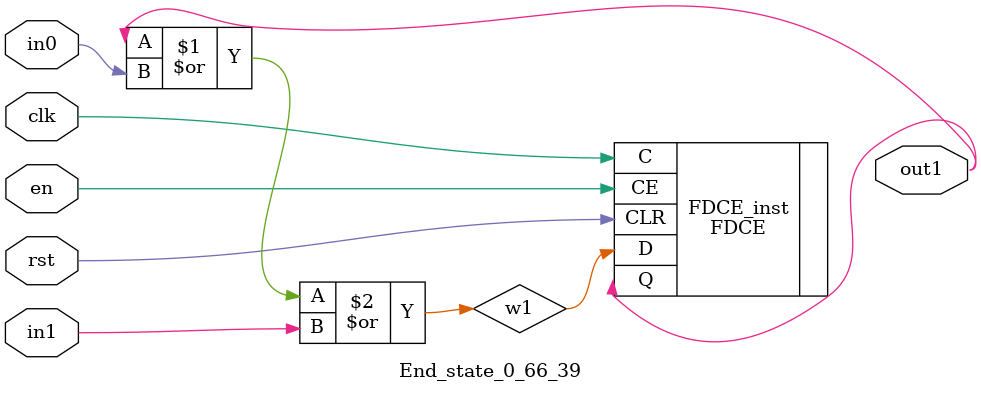
<source format=v>
module engine_0_66(out,clk,sod,en, in_3, in_4, in_5, in_7, in_8, in_9, in_12, in_14, in_15, in_16, in_17, in_22, in_25, in_26, in_30, in_35, in_38, in_41);
//pcre: /\x2Ftoolbar\x2F((version\x2Etxt)|(notifytoolbar\x2Ehtml))/smi
//block char: N[0], O[0], L[0], I[0], S[0], H[0], \x2E[8], v[0], a[0], r[0], e[0], y[0], \x2F[8], x[0], t[0], f[0], B[0], M[0], 

	input clk,sod,en;

	input in_3, in_4, in_5, in_7, in_8, in_9, in_12, in_14, in_15, in_16, in_17, in_22, in_25, in_26, in_30, in_35, in_38, in_41;
	output out;

	assign w0 = 1'b1;
	state_0_66_1 BlockState_0_66_1 (w1,in_25,clk,en,sod,w0);
	state_0_66_2 BlockState_0_66_2 (w2,in_30,clk,en,sod,w1);
	state_0_66_3 BlockState_0_66_3 (w3,in_4,clk,en,sod,w2);
	state_0_66_4 BlockState_0_66_4 (w4,in_4,clk,en,sod,w3);
	state_0_66_5 BlockState_0_66_5 (w5,in_5,clk,en,sod,w4);
	state_0_66_6 BlockState_0_66_6 (w6,in_38,clk,en,sod,w5);
	state_0_66_7 BlockState_0_66_7 (w7,in_15,clk,en,sod,w6);
	state_0_66_8 BlockState_0_66_8 (w8,in_16,clk,en,sod,w7);
	state_0_66_9 BlockState_0_66_9 (w9,in_25,clk,en,sod,w8);
	state_0_66_10 BlockState_0_66_10 (w10,in_14,clk,en,sod,w9);
	state_0_66_11 BlockState_0_66_11 (w11,in_17,clk,en,sod,w10);
	state_0_66_12 BlockState_0_66_12 (w12,in_16,clk,en,sod,w11);
	state_0_66_13 BlockState_0_66_13 (w13,in_8,clk,en,sod,w12);
	state_0_66_14 BlockState_0_66_14 (w14,in_7,clk,en,sod,w13);
	state_0_66_15 BlockState_0_66_15 (w15,in_4,clk,en,sod,w14);
	state_0_66_16 BlockState_0_66_16 (w16,in_3,clk,en,sod,w15);
	state_0_66_17 BlockState_0_66_17 (w17,in_12,clk,en,sod,w16);
	state_0_66_18 BlockState_0_66_18 (w18,in_30,clk,en,sod,w17);
	state_0_66_19 BlockState_0_66_19 (w19,in_26,clk,en,sod,w18);
	state_0_66_20 BlockState_0_66_20 (w20,in_30,clk,en,sod,w19);
	state_0_66_21 BlockState_0_66_21 (w21,in_3,clk,en,sod,w9);
	state_0_66_22 BlockState_0_66_22 (w22,in_4,clk,en,sod,w21);
	state_0_66_23 BlockState_0_66_23 (w23,in_30,clk,en,sod,w22);
	state_0_66_24 BlockState_0_66_24 (w24,in_7,clk,en,sod,w23);
	state_0_66_25 BlockState_0_66_25 (w25,in_35,clk,en,sod,w24);
	state_0_66_26 BlockState_0_66_26 (w26,in_22,clk,en,sod,w25);
	state_0_66_27 BlockState_0_66_27 (w27,in_30,clk,en,sod,w26);
	state_0_66_28 BlockState_0_66_28 (w28,in_4,clk,en,sod,w27);
	state_0_66_29 BlockState_0_66_29 (w29,in_4,clk,en,sod,w28);
	state_0_66_30 BlockState_0_66_30 (w30,in_5,clk,en,sod,w29);
	state_0_66_31 BlockState_0_66_31 (w31,in_38,clk,en,sod,w30);
	state_0_66_32 BlockState_0_66_32 (w32,in_15,clk,en,sod,w31);
	state_0_66_33 BlockState_0_66_33 (w33,in_16,clk,en,sod,w32);
	state_0_66_34 BlockState_0_66_34 (w34,in_12,clk,en,sod,w33);
	state_0_66_35 BlockState_0_66_35 (w35,in_9,clk,en,sod,w34);
	state_0_66_36 BlockState_0_66_36 (w36,in_30,clk,en,sod,w35);
	state_0_66_37 BlockState_0_66_37 (w37,in_41,clk,en,sod,w36);
	state_0_66_38 BlockState_0_66_38 (w38,in_5,clk,en,sod,w37);
	End_state_0_66_39 BlockState_0_66_39 (out,clk,en,sod,w20,w38);
endmodule

module state_0_66_1(out1,in_char,clk,en,rst,in0);
	input in_char,clk,en,rst,in0;
	output out1;
	wire w1,w2;
	assign w1 = in0; 
	and(w2,in_char,w1);
	FDCE #(.INIT(1'b0)) FDCE_inst (
		.Q(out1),
		.C(clk),
		.CE(en),
		.CLR(rst),
		.D(w2)
);
endmodule

module state_0_66_2(out1,in_char,clk,en,rst,in0);
	input in_char,clk,en,rst,in0;
	output out1;
	wire w1,w2;
	assign w1 = in0; 
	and(w2,in_char,w1);
	FDCE #(.INIT(1'b0)) FDCE_inst (
		.Q(out1),
		.C(clk),
		.CE(en),
		.CLR(rst),
		.D(w2)
);
endmodule

module state_0_66_3(out1,in_char,clk,en,rst,in0);
	input in_char,clk,en,rst,in0;
	output out1;
	wire w1,w2;
	assign w1 = in0; 
	and(w2,in_char,w1);
	FDCE #(.INIT(1'b0)) FDCE_inst (
		.Q(out1),
		.C(clk),
		.CE(en),
		.CLR(rst),
		.D(w2)
);
endmodule

module state_0_66_4(out1,in_char,clk,en,rst,in0);
	input in_char,clk,en,rst,in0;
	output out1;
	wire w1,w2;
	assign w1 = in0; 
	and(w2,in_char,w1);
	FDCE #(.INIT(1'b0)) FDCE_inst (
		.Q(out1),
		.C(clk),
		.CE(en),
		.CLR(rst),
		.D(w2)
);
endmodule

module state_0_66_5(out1,in_char,clk,en,rst,in0);
	input in_char,clk,en,rst,in0;
	output out1;
	wire w1,w2;
	assign w1 = in0; 
	and(w2,in_char,w1);
	FDCE #(.INIT(1'b0)) FDCE_inst (
		.Q(out1),
		.C(clk),
		.CE(en),
		.CLR(rst),
		.D(w2)
);
endmodule

module state_0_66_6(out1,in_char,clk,en,rst,in0);
	input in_char,clk,en,rst,in0;
	output out1;
	wire w1,w2;
	assign w1 = in0; 
	and(w2,in_char,w1);
	FDCE #(.INIT(1'b0)) FDCE_inst (
		.Q(out1),
		.C(clk),
		.CE(en),
		.CLR(rst),
		.D(w2)
);
endmodule

module state_0_66_7(out1,in_char,clk,en,rst,in0);
	input in_char,clk,en,rst,in0;
	output out1;
	wire w1,w2;
	assign w1 = in0; 
	and(w2,in_char,w1);
	FDCE #(.INIT(1'b0)) FDCE_inst (
		.Q(out1),
		.C(clk),
		.CE(en),
		.CLR(rst),
		.D(w2)
);
endmodule

module state_0_66_8(out1,in_char,clk,en,rst,in0);
	input in_char,clk,en,rst,in0;
	output out1;
	wire w1,w2;
	assign w1 = in0; 
	and(w2,in_char,w1);
	FDCE #(.INIT(1'b0)) FDCE_inst (
		.Q(out1),
		.C(clk),
		.CE(en),
		.CLR(rst),
		.D(w2)
);
endmodule

module state_0_66_9(out1,in_char,clk,en,rst,in0);
	input in_char,clk,en,rst,in0;
	output out1;
	wire w1,w2;
	assign w1 = in0; 
	and(w2,in_char,w1);
	FDCE #(.INIT(1'b0)) FDCE_inst (
		.Q(out1),
		.C(clk),
		.CE(en),
		.CLR(rst),
		.D(w2)
);
endmodule

module state_0_66_10(out1,in_char,clk,en,rst,in0);
	input in_char,clk,en,rst,in0;
	output out1;
	wire w1,w2;
	assign w1 = in0; 
	and(w2,in_char,w1);
	FDCE #(.INIT(1'b0)) FDCE_inst (
		.Q(out1),
		.C(clk),
		.CE(en),
		.CLR(rst),
		.D(w2)
);
endmodule

module state_0_66_11(out1,in_char,clk,en,rst,in0);
	input in_char,clk,en,rst,in0;
	output out1;
	wire w1,w2;
	assign w1 = in0; 
	and(w2,in_char,w1);
	FDCE #(.INIT(1'b0)) FDCE_inst (
		.Q(out1),
		.C(clk),
		.CE(en),
		.CLR(rst),
		.D(w2)
);
endmodule

module state_0_66_12(out1,in_char,clk,en,rst,in0);
	input in_char,clk,en,rst,in0;
	output out1;
	wire w1,w2;
	assign w1 = in0; 
	and(w2,in_char,w1);
	FDCE #(.INIT(1'b0)) FDCE_inst (
		.Q(out1),
		.C(clk),
		.CE(en),
		.CLR(rst),
		.D(w2)
);
endmodule

module state_0_66_13(out1,in_char,clk,en,rst,in0);
	input in_char,clk,en,rst,in0;
	output out1;
	wire w1,w2;
	assign w1 = in0; 
	and(w2,in_char,w1);
	FDCE #(.INIT(1'b0)) FDCE_inst (
		.Q(out1),
		.C(clk),
		.CE(en),
		.CLR(rst),
		.D(w2)
);
endmodule

module state_0_66_14(out1,in_char,clk,en,rst,in0);
	input in_char,clk,en,rst,in0;
	output out1;
	wire w1,w2;
	assign w1 = in0; 
	and(w2,in_char,w1);
	FDCE #(.INIT(1'b0)) FDCE_inst (
		.Q(out1),
		.C(clk),
		.CE(en),
		.CLR(rst),
		.D(w2)
);
endmodule

module state_0_66_15(out1,in_char,clk,en,rst,in0);
	input in_char,clk,en,rst,in0;
	output out1;
	wire w1,w2;
	assign w1 = in0; 
	and(w2,in_char,w1);
	FDCE #(.INIT(1'b0)) FDCE_inst (
		.Q(out1),
		.C(clk),
		.CE(en),
		.CLR(rst),
		.D(w2)
);
endmodule

module state_0_66_16(out1,in_char,clk,en,rst,in0);
	input in_char,clk,en,rst,in0;
	output out1;
	wire w1,w2;
	assign w1 = in0; 
	and(w2,in_char,w1);
	FDCE #(.INIT(1'b0)) FDCE_inst (
		.Q(out1),
		.C(clk),
		.CE(en),
		.CLR(rst),
		.D(w2)
);
endmodule

module state_0_66_17(out1,in_char,clk,en,rst,in0);
	input in_char,clk,en,rst,in0;
	output out1;
	wire w1,w2;
	assign w1 = in0; 
	and(w2,in_char,w1);
	FDCE #(.INIT(1'b0)) FDCE_inst (
		.Q(out1),
		.C(clk),
		.CE(en),
		.CLR(rst),
		.D(w2)
);
endmodule

module state_0_66_18(out1,in_char,clk,en,rst,in0);
	input in_char,clk,en,rst,in0;
	output out1;
	wire w1,w2;
	assign w1 = in0; 
	and(w2,in_char,w1);
	FDCE #(.INIT(1'b0)) FDCE_inst (
		.Q(out1),
		.C(clk),
		.CE(en),
		.CLR(rst),
		.D(w2)
);
endmodule

module state_0_66_19(out1,in_char,clk,en,rst,in0);
	input in_char,clk,en,rst,in0;
	output out1;
	wire w1,w2;
	assign w1 = in0; 
	and(w2,in_char,w1);
	FDCE #(.INIT(1'b0)) FDCE_inst (
		.Q(out1),
		.C(clk),
		.CE(en),
		.CLR(rst),
		.D(w2)
);
endmodule

module state_0_66_20(out1,in_char,clk,en,rst,in0);
	input in_char,clk,en,rst,in0;
	output out1;
	wire w1,w2;
	assign w1 = in0; 
	and(w2,in_char,w1);
	FDCE #(.INIT(1'b0)) FDCE_inst (
		.Q(out1),
		.C(clk),
		.CE(en),
		.CLR(rst),
		.D(w2)
);
endmodule

module state_0_66_21(out1,in_char,clk,en,rst,in0);
	input in_char,clk,en,rst,in0;
	output out1;
	wire w1,w2;
	assign w1 = in0; 
	and(w2,in_char,w1);
	FDCE #(.INIT(1'b0)) FDCE_inst (
		.Q(out1),
		.C(clk),
		.CE(en),
		.CLR(rst),
		.D(w2)
);
endmodule

module state_0_66_22(out1,in_char,clk,en,rst,in0);
	input in_char,clk,en,rst,in0;
	output out1;
	wire w1,w2;
	assign w1 = in0; 
	and(w2,in_char,w1);
	FDCE #(.INIT(1'b0)) FDCE_inst (
		.Q(out1),
		.C(clk),
		.CE(en),
		.CLR(rst),
		.D(w2)
);
endmodule

module state_0_66_23(out1,in_char,clk,en,rst,in0);
	input in_char,clk,en,rst,in0;
	output out1;
	wire w1,w2;
	assign w1 = in0; 
	and(w2,in_char,w1);
	FDCE #(.INIT(1'b0)) FDCE_inst (
		.Q(out1),
		.C(clk),
		.CE(en),
		.CLR(rst),
		.D(w2)
);
endmodule

module state_0_66_24(out1,in_char,clk,en,rst,in0);
	input in_char,clk,en,rst,in0;
	output out1;
	wire w1,w2;
	assign w1 = in0; 
	and(w2,in_char,w1);
	FDCE #(.INIT(1'b0)) FDCE_inst (
		.Q(out1),
		.C(clk),
		.CE(en),
		.CLR(rst),
		.D(w2)
);
endmodule

module state_0_66_25(out1,in_char,clk,en,rst,in0);
	input in_char,clk,en,rst,in0;
	output out1;
	wire w1,w2;
	assign w1 = in0; 
	and(w2,in_char,w1);
	FDCE #(.INIT(1'b0)) FDCE_inst (
		.Q(out1),
		.C(clk),
		.CE(en),
		.CLR(rst),
		.D(w2)
);
endmodule

module state_0_66_26(out1,in_char,clk,en,rst,in0);
	input in_char,clk,en,rst,in0;
	output out1;
	wire w1,w2;
	assign w1 = in0; 
	and(w2,in_char,w1);
	FDCE #(.INIT(1'b0)) FDCE_inst (
		.Q(out1),
		.C(clk),
		.CE(en),
		.CLR(rst),
		.D(w2)
);
endmodule

module state_0_66_27(out1,in_char,clk,en,rst,in0);
	input in_char,clk,en,rst,in0;
	output out1;
	wire w1,w2;
	assign w1 = in0; 
	and(w2,in_char,w1);
	FDCE #(.INIT(1'b0)) FDCE_inst (
		.Q(out1),
		.C(clk),
		.CE(en),
		.CLR(rst),
		.D(w2)
);
endmodule

module state_0_66_28(out1,in_char,clk,en,rst,in0);
	input in_char,clk,en,rst,in0;
	output out1;
	wire w1,w2;
	assign w1 = in0; 
	and(w2,in_char,w1);
	FDCE #(.INIT(1'b0)) FDCE_inst (
		.Q(out1),
		.C(clk),
		.CE(en),
		.CLR(rst),
		.D(w2)
);
endmodule

module state_0_66_29(out1,in_char,clk,en,rst,in0);
	input in_char,clk,en,rst,in0;
	output out1;
	wire w1,w2;
	assign w1 = in0; 
	and(w2,in_char,w1);
	FDCE #(.INIT(1'b0)) FDCE_inst (
		.Q(out1),
		.C(clk),
		.CE(en),
		.CLR(rst),
		.D(w2)
);
endmodule

module state_0_66_30(out1,in_char,clk,en,rst,in0);
	input in_char,clk,en,rst,in0;
	output out1;
	wire w1,w2;
	assign w1 = in0; 
	and(w2,in_char,w1);
	FDCE #(.INIT(1'b0)) FDCE_inst (
		.Q(out1),
		.C(clk),
		.CE(en),
		.CLR(rst),
		.D(w2)
);
endmodule

module state_0_66_31(out1,in_char,clk,en,rst,in0);
	input in_char,clk,en,rst,in0;
	output out1;
	wire w1,w2;
	assign w1 = in0; 
	and(w2,in_char,w1);
	FDCE #(.INIT(1'b0)) FDCE_inst (
		.Q(out1),
		.C(clk),
		.CE(en),
		.CLR(rst),
		.D(w2)
);
endmodule

module state_0_66_32(out1,in_char,clk,en,rst,in0);
	input in_char,clk,en,rst,in0;
	output out1;
	wire w1,w2;
	assign w1 = in0; 
	and(w2,in_char,w1);
	FDCE #(.INIT(1'b0)) FDCE_inst (
		.Q(out1),
		.C(clk),
		.CE(en),
		.CLR(rst),
		.D(w2)
);
endmodule

module state_0_66_33(out1,in_char,clk,en,rst,in0);
	input in_char,clk,en,rst,in0;
	output out1;
	wire w1,w2;
	assign w1 = in0; 
	and(w2,in_char,w1);
	FDCE #(.INIT(1'b0)) FDCE_inst (
		.Q(out1),
		.C(clk),
		.CE(en),
		.CLR(rst),
		.D(w2)
);
endmodule

module state_0_66_34(out1,in_char,clk,en,rst,in0);
	input in_char,clk,en,rst,in0;
	output out1;
	wire w1,w2;
	assign w1 = in0; 
	and(w2,in_char,w1);
	FDCE #(.INIT(1'b0)) FDCE_inst (
		.Q(out1),
		.C(clk),
		.CE(en),
		.CLR(rst),
		.D(w2)
);
endmodule

module state_0_66_35(out1,in_char,clk,en,rst,in0);
	input in_char,clk,en,rst,in0;
	output out1;
	wire w1,w2;
	assign w1 = in0; 
	and(w2,in_char,w1);
	FDCE #(.INIT(1'b0)) FDCE_inst (
		.Q(out1),
		.C(clk),
		.CE(en),
		.CLR(rst),
		.D(w2)
);
endmodule

module state_0_66_36(out1,in_char,clk,en,rst,in0);
	input in_char,clk,en,rst,in0;
	output out1;
	wire w1,w2;
	assign w1 = in0; 
	and(w2,in_char,w1);
	FDCE #(.INIT(1'b0)) FDCE_inst (
		.Q(out1),
		.C(clk),
		.CE(en),
		.CLR(rst),
		.D(w2)
);
endmodule

module state_0_66_37(out1,in_char,clk,en,rst,in0);
	input in_char,clk,en,rst,in0;
	output out1;
	wire w1,w2;
	assign w1 = in0; 
	and(w2,in_char,w1);
	FDCE #(.INIT(1'b0)) FDCE_inst (
		.Q(out1),
		.C(clk),
		.CE(en),
		.CLR(rst),
		.D(w2)
);
endmodule

module state_0_66_38(out1,in_char,clk,en,rst,in0);
	input in_char,clk,en,rst,in0;
	output out1;
	wire w1,w2;
	assign w1 = in0; 
	and(w2,in_char,w1);
	FDCE #(.INIT(1'b0)) FDCE_inst (
		.Q(out1),
		.C(clk),
		.CE(en),
		.CLR(rst),
		.D(w2)
);
endmodule

module End_state_0_66_39(out1,clk,en,rst,in0,in1);
	input clk,rst,en,in0,in1;
	output out1;
	wire w1;
	or(w1,out1,in0,in1);
	FDCE #(.INIT(1'b0)) FDCE_inst (
		.Q(out1),
		.C(clk),
		.CE(en),
		.CLR(rst),
		.D(w1)
);
endmodule


</source>
